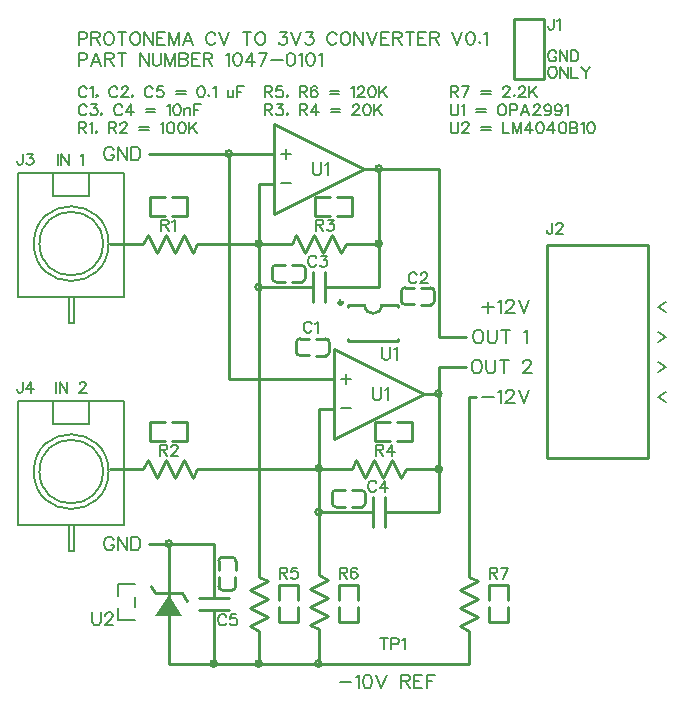
<source format=gto>
G04 Layer: TopSilkscreenLayer*
G04 Panelize: V-CUT, Column: 2, Row: 2, Board Size: 58.42mm x 58.42mm, Panelized Board Size: 118.84mm x 118.84mm*
G04 EasyEDA v6.5.32, 2023-07-25 14:04:49*
G04 78adb3c971e143a89decd24a0aaa9f3b,5a6b42c53f6a479593ecc07194224c93,10*
G04 Gerber Generator version 0.2*
G04 Scale: 100 percent, Rotated: No, Reflected: No *
G04 Dimensions in millimeters *
G04 leading zeros omitted , absolute positions ,4 integer and 5 decimal *
%FSLAX45Y45*%
%MOMM*%

%ADD10C,0.1524*%
%ADD11C,0.2540*%
%ADD12C,0.1270*%
%ADD13C,0.3000*%

%LPD*%
D10*
X4769865Y3987037D02*
G01*
X4769865Y3914394D01*
X4765293Y3900678D01*
X4760722Y3896105D01*
X4751577Y3891534D01*
X4742688Y3891534D01*
X4733543Y3896105D01*
X4728972Y3900678D01*
X4724400Y3914394D01*
X4724400Y3923537D01*
X4804409Y3964431D02*
G01*
X4804409Y3969004D01*
X4808981Y3977894D01*
X4813554Y3982465D01*
X4822697Y3987037D01*
X4840731Y3987037D01*
X4849875Y3982465D01*
X4854447Y3977894D01*
X4859020Y3969004D01*
X4859020Y3959860D01*
X4854447Y3950715D01*
X4845304Y3937000D01*
X4799838Y3891534D01*
X4863591Y3891534D01*
X4227322Y3317747D02*
G01*
X4227322Y3219704D01*
X4178300Y3268726D02*
G01*
X4276597Y3268726D01*
X4312411Y3312413D02*
G01*
X4323334Y3317747D01*
X4339843Y3334257D01*
X4339843Y3219704D01*
X4381245Y3306826D02*
G01*
X4381245Y3312413D01*
X4386579Y3323336D01*
X4392168Y3328670D01*
X4403090Y3334257D01*
X4424934Y3334257D01*
X4435856Y3328670D01*
X4441190Y3323336D01*
X4446777Y3312413D01*
X4446777Y3301492D01*
X4441190Y3290570D01*
X4430268Y3274313D01*
X4375658Y3219704D01*
X4452111Y3219704D01*
X4488179Y3334257D02*
G01*
X4531868Y3219704D01*
X4575302Y3334257D02*
G01*
X4531868Y3219704D01*
X4178300Y2506726D02*
G01*
X4276597Y2506726D01*
X4312411Y2550413D02*
G01*
X4323334Y2555747D01*
X4339843Y2572257D01*
X4339843Y2457704D01*
X4381245Y2544826D02*
G01*
X4381245Y2550413D01*
X4386579Y2561336D01*
X4392168Y2566670D01*
X4403090Y2572257D01*
X4424934Y2572257D01*
X4435856Y2566670D01*
X4441190Y2561336D01*
X4446777Y2550413D01*
X4446777Y2539492D01*
X4441190Y2528570D01*
X4430268Y2512313D01*
X4375658Y2457704D01*
X4452111Y2457704D01*
X4488179Y2572257D02*
G01*
X4531868Y2457704D01*
X4575302Y2572257D02*
G01*
X4531868Y2457704D01*
X4134865Y3080257D02*
G01*
X4123943Y3074670D01*
X4113022Y3063747D01*
X4107434Y3052826D01*
X4102100Y3036570D01*
X4102100Y3009392D01*
X4107434Y2992881D01*
X4113022Y2981960D01*
X4123943Y2971037D01*
X4134865Y2965704D01*
X4156709Y2965704D01*
X4167631Y2971037D01*
X4178554Y2981960D01*
X4183888Y2992881D01*
X4189475Y3009392D01*
X4189475Y3036570D01*
X4183888Y3052826D01*
X4178554Y3063747D01*
X4167631Y3074670D01*
X4156709Y3080257D01*
X4134865Y3080257D01*
X4225290Y3080257D02*
G01*
X4225290Y2998470D01*
X4230877Y2981960D01*
X4241800Y2971037D01*
X4258056Y2965704D01*
X4268977Y2965704D01*
X4285488Y2971037D01*
X4296156Y2981960D01*
X4301743Y2998470D01*
X4301743Y3080257D01*
X4375911Y3080257D02*
G01*
X4375911Y2965704D01*
X4337811Y3080257D02*
G01*
X4414011Y3080257D01*
X4534154Y3058413D02*
G01*
X4545075Y3063747D01*
X4561331Y3080257D01*
X4561331Y2965704D01*
X4122165Y2826257D02*
G01*
X4111243Y2820670D01*
X4100322Y2809747D01*
X4094734Y2798826D01*
X4089400Y2782570D01*
X4089400Y2755392D01*
X4094734Y2738881D01*
X4100322Y2727960D01*
X4111243Y2717037D01*
X4122165Y2711704D01*
X4144009Y2711704D01*
X4154931Y2717037D01*
X4165854Y2727960D01*
X4171188Y2738881D01*
X4176775Y2755392D01*
X4176775Y2782570D01*
X4171188Y2798826D01*
X4165854Y2809747D01*
X4154931Y2820670D01*
X4144009Y2826257D01*
X4122165Y2826257D01*
X4212590Y2826257D02*
G01*
X4212590Y2744470D01*
X4218177Y2727960D01*
X4229100Y2717037D01*
X4245356Y2711704D01*
X4256277Y2711704D01*
X4272788Y2717037D01*
X4283456Y2727960D01*
X4289043Y2744470D01*
X4289043Y2826257D01*
X4363211Y2826257D02*
G01*
X4363211Y2711704D01*
X4325111Y2826257D02*
G01*
X4401311Y2826257D01*
X4526788Y2798826D02*
G01*
X4526788Y2804413D01*
X4532375Y2815336D01*
X4537709Y2820670D01*
X4548631Y2826257D01*
X4570475Y2826257D01*
X4581397Y2820670D01*
X4586731Y2815336D01*
X4592320Y2804413D01*
X4592320Y2793492D01*
X4586731Y2782570D01*
X4576063Y2766313D01*
X4521454Y2711704D01*
X4597654Y2711704D01*
X762000Y5423915D02*
G01*
X762000Y5314950D01*
X762000Y5423915D02*
G01*
X808736Y5423915D01*
X824229Y5418836D01*
X829563Y5413502D01*
X834644Y5403087D01*
X834644Y5387594D01*
X829563Y5377179D01*
X824229Y5372100D01*
X808736Y5366765D01*
X762000Y5366765D01*
X910589Y5423915D02*
G01*
X868934Y5314950D01*
X910589Y5423915D02*
G01*
X952245Y5314950D01*
X884681Y5351271D02*
G01*
X936497Y5351271D01*
X986536Y5423915D02*
G01*
X986536Y5314950D01*
X986536Y5423915D02*
G01*
X1033271Y5423915D01*
X1048765Y5418836D01*
X1054100Y5413502D01*
X1059179Y5403087D01*
X1059179Y5392673D01*
X1054100Y5382260D01*
X1048765Y5377179D01*
X1033271Y5372100D01*
X986536Y5372100D01*
X1022857Y5372100D02*
G01*
X1059179Y5314950D01*
X1129792Y5423915D02*
G01*
X1129792Y5314950D01*
X1093470Y5423915D02*
G01*
X1166113Y5423915D01*
X1280413Y5423915D02*
G01*
X1280413Y5314950D01*
X1280413Y5423915D02*
G01*
X1353312Y5314950D01*
X1353312Y5423915D02*
G01*
X1353312Y5314950D01*
X1387602Y5423915D02*
G01*
X1387602Y5345937D01*
X1392681Y5330444D01*
X1403095Y5320029D01*
X1418589Y5314950D01*
X1429004Y5314950D01*
X1444752Y5320029D01*
X1455165Y5330444D01*
X1460245Y5345937D01*
X1460245Y5423915D01*
X1494536Y5423915D02*
G01*
X1494536Y5314950D01*
X1494536Y5423915D02*
G01*
X1536192Y5314950D01*
X1577594Y5423915D02*
G01*
X1536192Y5314950D01*
X1577594Y5423915D02*
G01*
X1577594Y5314950D01*
X1611884Y5423915D02*
G01*
X1611884Y5314950D01*
X1611884Y5423915D02*
G01*
X1658620Y5423915D01*
X1674368Y5418836D01*
X1679447Y5413502D01*
X1684781Y5403087D01*
X1684781Y5392673D01*
X1679447Y5382260D01*
X1674368Y5377179D01*
X1658620Y5372100D01*
X1611884Y5372100D02*
G01*
X1658620Y5372100D01*
X1674368Y5366765D01*
X1679447Y5361686D01*
X1684781Y5351271D01*
X1684781Y5335523D01*
X1679447Y5325110D01*
X1674368Y5320029D01*
X1658620Y5314950D01*
X1611884Y5314950D01*
X1719071Y5423915D02*
G01*
X1719071Y5314950D01*
X1719071Y5423915D02*
G01*
X1786636Y5423915D01*
X1719071Y5372100D02*
G01*
X1760473Y5372100D01*
X1719071Y5314950D02*
G01*
X1786636Y5314950D01*
X1820926Y5423915D02*
G01*
X1820926Y5314950D01*
X1820926Y5423915D02*
G01*
X1867662Y5423915D01*
X1883155Y5418836D01*
X1888489Y5413502D01*
X1893570Y5403087D01*
X1893570Y5392673D01*
X1888489Y5382260D01*
X1883155Y5377179D01*
X1867662Y5372100D01*
X1820926Y5372100D01*
X1857247Y5372100D02*
G01*
X1893570Y5314950D01*
X2007870Y5403087D02*
G01*
X2018284Y5408421D01*
X2033777Y5423915D01*
X2033777Y5314950D01*
X2099309Y5423915D02*
G01*
X2083815Y5418836D01*
X2073402Y5403087D01*
X2068068Y5377179D01*
X2068068Y5361686D01*
X2073402Y5335523D01*
X2083815Y5320029D01*
X2099309Y5314950D01*
X2109724Y5314950D01*
X2125218Y5320029D01*
X2135631Y5335523D01*
X2140965Y5361686D01*
X2140965Y5377179D01*
X2135631Y5403087D01*
X2125218Y5418836D01*
X2109724Y5423915D01*
X2099309Y5423915D01*
X2227072Y5423915D02*
G01*
X2175256Y5351271D01*
X2252979Y5351271D01*
X2227072Y5423915D02*
G01*
X2227072Y5314950D01*
X2360168Y5423915D02*
G01*
X2308097Y5314950D01*
X2287270Y5423915D02*
G01*
X2360168Y5423915D01*
X2394458Y5361686D02*
G01*
X2487929Y5361686D01*
X2553461Y5423915D02*
G01*
X2537713Y5418836D01*
X2527300Y5403087D01*
X2522220Y5377179D01*
X2522220Y5361686D01*
X2527300Y5335523D01*
X2537713Y5320029D01*
X2553461Y5314950D01*
X2563875Y5314950D01*
X2579370Y5320029D01*
X2589784Y5335523D01*
X2594863Y5361686D01*
X2594863Y5377179D01*
X2589784Y5403087D01*
X2579370Y5418836D01*
X2563875Y5423915D01*
X2553461Y5423915D01*
X2629154Y5403087D02*
G01*
X2639568Y5408421D01*
X2655315Y5423915D01*
X2655315Y5314950D01*
X2720593Y5423915D02*
G01*
X2705100Y5418836D01*
X2694686Y5403087D01*
X2689606Y5377179D01*
X2689606Y5361686D01*
X2694686Y5335523D01*
X2705100Y5320029D01*
X2720593Y5314950D01*
X2731008Y5314950D01*
X2746756Y5320029D01*
X2757170Y5335523D01*
X2762250Y5361686D01*
X2762250Y5377179D01*
X2757170Y5403087D01*
X2746756Y5418836D01*
X2731008Y5423915D01*
X2720593Y5423915D01*
X2796540Y5403087D02*
G01*
X2806954Y5408421D01*
X2822447Y5423915D01*
X2822447Y5314950D01*
X762000Y5601715D02*
G01*
X762000Y5492750D01*
X762000Y5601715D02*
G01*
X808736Y5601715D01*
X824229Y5596636D01*
X829563Y5591302D01*
X834644Y5580887D01*
X834644Y5565394D01*
X829563Y5554979D01*
X824229Y5549900D01*
X808736Y5544565D01*
X762000Y5544565D01*
X868934Y5601715D02*
G01*
X868934Y5492750D01*
X868934Y5601715D02*
G01*
X915670Y5601715D01*
X931418Y5596636D01*
X936497Y5591302D01*
X941831Y5580887D01*
X941831Y5570473D01*
X936497Y5560060D01*
X931418Y5554979D01*
X915670Y5549900D01*
X868934Y5549900D01*
X905510Y5549900D02*
G01*
X941831Y5492750D01*
X1007110Y5601715D02*
G01*
X996950Y5596636D01*
X986536Y5586221D01*
X981202Y5575807D01*
X976121Y5560060D01*
X976121Y5534152D01*
X981202Y5518657D01*
X986536Y5508244D01*
X996950Y5497829D01*
X1007110Y5492750D01*
X1027937Y5492750D01*
X1038352Y5497829D01*
X1048765Y5508244D01*
X1054100Y5518657D01*
X1059179Y5534152D01*
X1059179Y5560060D01*
X1054100Y5575807D01*
X1048765Y5586221D01*
X1038352Y5596636D01*
X1027937Y5601715D01*
X1007110Y5601715D01*
X1129792Y5601715D02*
G01*
X1129792Y5492750D01*
X1093470Y5601715D02*
G01*
X1166113Y5601715D01*
X1231645Y5601715D02*
G01*
X1221231Y5596636D01*
X1210818Y5586221D01*
X1205737Y5575807D01*
X1200404Y5560060D01*
X1200404Y5534152D01*
X1205737Y5518657D01*
X1210818Y5508244D01*
X1221231Y5497829D01*
X1231645Y5492750D01*
X1252473Y5492750D01*
X1262887Y5497829D01*
X1273302Y5508244D01*
X1278381Y5518657D01*
X1283715Y5534152D01*
X1283715Y5560060D01*
X1278381Y5575807D01*
X1273302Y5586221D01*
X1262887Y5596636D01*
X1252473Y5601715D01*
X1231645Y5601715D01*
X1318005Y5601715D02*
G01*
X1318005Y5492750D01*
X1318005Y5601715D02*
G01*
X1390650Y5492750D01*
X1390650Y5601715D02*
G01*
X1390650Y5492750D01*
X1424939Y5601715D02*
G01*
X1424939Y5492750D01*
X1424939Y5601715D02*
G01*
X1492504Y5601715D01*
X1424939Y5549900D02*
G01*
X1466595Y5549900D01*
X1424939Y5492750D02*
G01*
X1492504Y5492750D01*
X1526794Y5601715D02*
G01*
X1526794Y5492750D01*
X1526794Y5601715D02*
G01*
X1568450Y5492750D01*
X1609852Y5601715D02*
G01*
X1568450Y5492750D01*
X1609852Y5601715D02*
G01*
X1609852Y5492750D01*
X1685797Y5601715D02*
G01*
X1644142Y5492750D01*
X1685797Y5601715D02*
G01*
X1727200Y5492750D01*
X1659889Y5529071D02*
G01*
X1711705Y5529071D01*
X1919478Y5575807D02*
G01*
X1914397Y5586221D01*
X1903984Y5596636D01*
X1893570Y5601715D01*
X1872742Y5601715D01*
X1862328Y5596636D01*
X1851913Y5586221D01*
X1846834Y5575807D01*
X1841500Y5560060D01*
X1841500Y5534152D01*
X1846834Y5518657D01*
X1851913Y5508244D01*
X1862328Y5497829D01*
X1872742Y5492750D01*
X1893570Y5492750D01*
X1903984Y5497829D01*
X1914397Y5508244D01*
X1919478Y5518657D01*
X1953768Y5601715D02*
G01*
X1995424Y5492750D01*
X2037079Y5601715D02*
G01*
X1995424Y5492750D01*
X2187702Y5601715D02*
G01*
X2187702Y5492750D01*
X2151379Y5601715D02*
G01*
X2224024Y5601715D01*
X2289556Y5601715D02*
G01*
X2279141Y5596636D01*
X2268727Y5586221D01*
X2263393Y5575807D01*
X2258313Y5560060D01*
X2258313Y5534152D01*
X2263393Y5518657D01*
X2268727Y5508244D01*
X2279141Y5497829D01*
X2289556Y5492750D01*
X2310129Y5492750D01*
X2320543Y5497829D01*
X2330958Y5508244D01*
X2336291Y5518657D01*
X2341372Y5534152D01*
X2341372Y5560060D01*
X2336291Y5575807D01*
X2330958Y5586221D01*
X2320543Y5596636D01*
X2310129Y5601715D01*
X2289556Y5601715D01*
X2466086Y5601715D02*
G01*
X2523236Y5601715D01*
X2491993Y5560060D01*
X2507741Y5560060D01*
X2518156Y5554979D01*
X2523236Y5549900D01*
X2528570Y5534152D01*
X2528570Y5523737D01*
X2523236Y5508244D01*
X2512822Y5497829D01*
X2497327Y5492750D01*
X2481579Y5492750D01*
X2466086Y5497829D01*
X2461006Y5502910D01*
X2455672Y5513323D01*
X2562859Y5601715D02*
G01*
X2604261Y5492750D01*
X2645918Y5601715D02*
G01*
X2604261Y5492750D01*
X2690622Y5601715D02*
G01*
X2747772Y5601715D01*
X2716529Y5560060D01*
X2732024Y5560060D01*
X2742438Y5554979D01*
X2747772Y5549900D01*
X2752852Y5534152D01*
X2752852Y5523737D01*
X2747772Y5508244D01*
X2737358Y5497829D01*
X2721609Y5492750D01*
X2706115Y5492750D01*
X2690622Y5497829D01*
X2685288Y5502910D01*
X2680208Y5513323D01*
X2945129Y5575807D02*
G01*
X2940050Y5586221D01*
X2929636Y5596636D01*
X2919222Y5601715D01*
X2898393Y5601715D01*
X2887979Y5596636D01*
X2877565Y5586221D01*
X2872486Y5575807D01*
X2867152Y5560060D01*
X2867152Y5534152D01*
X2872486Y5518657D01*
X2877565Y5508244D01*
X2887979Y5497829D01*
X2898393Y5492750D01*
X2919222Y5492750D01*
X2929636Y5497829D01*
X2940050Y5508244D01*
X2945129Y5518657D01*
X3010661Y5601715D02*
G01*
X3000247Y5596636D01*
X2989834Y5586221D01*
X2984500Y5575807D01*
X2979420Y5560060D01*
X2979420Y5534152D01*
X2984500Y5518657D01*
X2989834Y5508244D01*
X3000247Y5497829D01*
X3010661Y5492750D01*
X3031490Y5492750D01*
X3041650Y5497829D01*
X3052063Y5508244D01*
X3057397Y5518657D01*
X3062477Y5534152D01*
X3062477Y5560060D01*
X3057397Y5575807D01*
X3052063Y5586221D01*
X3041650Y5596636D01*
X3031490Y5601715D01*
X3010661Y5601715D01*
X3096768Y5601715D02*
G01*
X3096768Y5492750D01*
X3096768Y5601715D02*
G01*
X3169665Y5492750D01*
X3169665Y5601715D02*
G01*
X3169665Y5492750D01*
X3203956Y5601715D02*
G01*
X3245358Y5492750D01*
X3287013Y5601715D02*
G01*
X3245358Y5492750D01*
X3321304Y5601715D02*
G01*
X3321304Y5492750D01*
X3321304Y5601715D02*
G01*
X3388868Y5601715D01*
X3321304Y5549900D02*
G01*
X3362959Y5549900D01*
X3321304Y5492750D02*
G01*
X3388868Y5492750D01*
X3423158Y5601715D02*
G01*
X3423158Y5492750D01*
X3423158Y5601715D02*
G01*
X3469893Y5601715D01*
X3485388Y5596636D01*
X3490722Y5591302D01*
X3495802Y5580887D01*
X3495802Y5570473D01*
X3490722Y5560060D01*
X3485388Y5554979D01*
X3469893Y5549900D01*
X3423158Y5549900D01*
X3459479Y5549900D02*
G01*
X3495802Y5492750D01*
X3566413Y5601715D02*
G01*
X3566413Y5492750D01*
X3530091Y5601715D02*
G01*
X3602990Y5601715D01*
X3637279Y5601715D02*
G01*
X3637279Y5492750D01*
X3637279Y5601715D02*
G01*
X3704590Y5601715D01*
X3637279Y5549900D02*
G01*
X3678681Y5549900D01*
X3637279Y5492750D02*
G01*
X3704590Y5492750D01*
X3738879Y5601715D02*
G01*
X3738879Y5492750D01*
X3738879Y5601715D02*
G01*
X3785870Y5601715D01*
X3801363Y5596636D01*
X3806443Y5591302D01*
X3811777Y5580887D01*
X3811777Y5570473D01*
X3806443Y5560060D01*
X3801363Y5554979D01*
X3785870Y5549900D01*
X3738879Y5549900D01*
X3775456Y5549900D02*
G01*
X3811777Y5492750D01*
X3926077Y5601715D02*
G01*
X3967479Y5492750D01*
X4009136Y5601715D02*
G01*
X3967479Y5492750D01*
X4074668Y5601715D02*
G01*
X4058920Y5596636D01*
X4048759Y5580887D01*
X4043425Y5554979D01*
X4043425Y5539486D01*
X4048759Y5513323D01*
X4058920Y5497829D01*
X4074668Y5492750D01*
X4085081Y5492750D01*
X4100575Y5497829D01*
X4110990Y5513323D01*
X4116070Y5539486D01*
X4116070Y5554979D01*
X4110990Y5580887D01*
X4100575Y5596636D01*
X4085081Y5601715D01*
X4074668Y5601715D01*
X4155693Y5518657D02*
G01*
X4150359Y5513323D01*
X4155693Y5508244D01*
X4160774Y5513323D01*
X4155693Y5518657D01*
X4195063Y5580887D02*
G01*
X4205477Y5586221D01*
X4221225Y5601715D01*
X4221225Y5492750D01*
X1059687Y4602226D02*
G01*
X1054354Y4613147D01*
X1043431Y4624070D01*
X1032510Y4629657D01*
X1010665Y4629657D01*
X999744Y4624070D01*
X988821Y4613147D01*
X983234Y4602226D01*
X977900Y4585970D01*
X977900Y4558792D01*
X983234Y4542281D01*
X988821Y4531360D01*
X999744Y4520437D01*
X1010665Y4515104D01*
X1032510Y4515104D01*
X1043431Y4520437D01*
X1054354Y4531360D01*
X1059687Y4542281D01*
X1059687Y4558792D01*
X1032510Y4558792D02*
G01*
X1059687Y4558792D01*
X1095755Y4629657D02*
G01*
X1095755Y4515104D01*
X1095755Y4629657D02*
G01*
X1171955Y4515104D01*
X1171955Y4629657D02*
G01*
X1171955Y4515104D01*
X1208023Y4629657D02*
G01*
X1208023Y4515104D01*
X1208023Y4629657D02*
G01*
X1246378Y4629657D01*
X1262634Y4624070D01*
X1273555Y4613147D01*
X1278889Y4602226D01*
X1284478Y4585970D01*
X1284478Y4558792D01*
X1278889Y4542281D01*
X1273555Y4531360D01*
X1262634Y4520437D01*
X1246378Y4515104D01*
X1208023Y4515104D01*
X5664200Y2805201D02*
G01*
X5736843Y2764307D01*
X5664200Y2723159D01*
X5664200Y3059176D02*
G01*
X5736843Y3018281D01*
X5664200Y2977387D01*
X5736843Y3313176D02*
G01*
X5664200Y3272281D01*
X5736843Y3231387D01*
X5736843Y2551176D02*
G01*
X5664200Y2510281D01*
X5736843Y2469387D01*
X2517393Y4608576D02*
G01*
X2517393Y4526534D01*
X2476500Y4567681D02*
G01*
X2558288Y4567681D01*
X2476500Y4326381D02*
G01*
X2558288Y4326381D01*
X2984500Y2421381D02*
G01*
X3066288Y2421381D01*
X3025393Y2703576D02*
G01*
X3025393Y2621534D01*
X2984500Y2662681D02*
G01*
X3066288Y2662681D01*
X1059687Y1300226D02*
G01*
X1054354Y1311147D01*
X1043431Y1322070D01*
X1032510Y1327657D01*
X1010665Y1327657D01*
X999744Y1322070D01*
X988821Y1311147D01*
X983234Y1300226D01*
X977900Y1283970D01*
X977900Y1256792D01*
X983234Y1240281D01*
X988821Y1229360D01*
X999744Y1218437D01*
X1010665Y1213104D01*
X1032510Y1213104D01*
X1043431Y1218437D01*
X1054354Y1229360D01*
X1059687Y1240281D01*
X1059687Y1256792D01*
X1032510Y1256792D02*
G01*
X1059687Y1256792D01*
X1095755Y1327657D02*
G01*
X1095755Y1213104D01*
X1095755Y1327657D02*
G01*
X1171955Y1213104D01*
X1171955Y1327657D02*
G01*
X1171955Y1213104D01*
X1208023Y1327657D02*
G01*
X1208023Y1213104D01*
X1208023Y1327657D02*
G01*
X1246378Y1327657D01*
X1262634Y1322070D01*
X1273555Y1311147D01*
X1278889Y1300226D01*
X1284478Y1283970D01*
X1284478Y1256792D01*
X1278889Y1240281D01*
X1273555Y1229360D01*
X1262634Y1218437D01*
X1246378Y1213104D01*
X1208023Y1213104D01*
X2971800Y93726D02*
G01*
X3070097Y93726D01*
X3105911Y137413D02*
G01*
X3116834Y142747D01*
X3133343Y159257D01*
X3133343Y44704D01*
X3201924Y159257D02*
G01*
X3185668Y153670D01*
X3174745Y137413D01*
X3169158Y109981D01*
X3169158Y93726D01*
X3174745Y66547D01*
X3185668Y50037D01*
X3201924Y44704D01*
X3212845Y44704D01*
X3229356Y50037D01*
X3240277Y66547D01*
X3245611Y93726D01*
X3245611Y109981D01*
X3240277Y137413D01*
X3229356Y153670D01*
X3212845Y159257D01*
X3201924Y159257D01*
X3281679Y159257D02*
G01*
X3325368Y44704D01*
X3368802Y159257D02*
G01*
X3325368Y44704D01*
X3488943Y159257D02*
G01*
X3488943Y44704D01*
X3488943Y159257D02*
G01*
X3537965Y159257D01*
X3554222Y153670D01*
X3559809Y148336D01*
X3565143Y137413D01*
X3565143Y126492D01*
X3559809Y115570D01*
X3554222Y109981D01*
X3537965Y104647D01*
X3488943Y104647D01*
X3527043Y104647D02*
G01*
X3565143Y44704D01*
X3601211Y159257D02*
G01*
X3601211Y44704D01*
X3601211Y159257D02*
G01*
X3672077Y159257D01*
X3601211Y104647D02*
G01*
X3644900Y104647D01*
X3601211Y44704D02*
G01*
X3672077Y44704D01*
X3708145Y159257D02*
G01*
X3708145Y44704D01*
X3708145Y159257D02*
G01*
X3779011Y159257D01*
X3708145Y104647D02*
G01*
X3751834Y104647D01*
X4782565Y5714237D02*
G01*
X4782565Y5641594D01*
X4777993Y5627878D01*
X4773422Y5623305D01*
X4764277Y5618734D01*
X4755388Y5618734D01*
X4746243Y5623305D01*
X4741672Y5627878D01*
X4737100Y5641594D01*
X4737100Y5650737D01*
X4812538Y5696204D02*
G01*
X4821681Y5700776D01*
X4835397Y5714237D01*
X4835397Y5618734D01*
X4805172Y5424931D02*
G01*
X4800854Y5434076D01*
X4791709Y5442965D01*
X4782565Y5447537D01*
X4764277Y5447537D01*
X4755388Y5442965D01*
X4746243Y5434076D01*
X4741672Y5424931D01*
X4737100Y5411215D01*
X4737100Y5388610D01*
X4741672Y5374894D01*
X4746243Y5365750D01*
X4755388Y5356605D01*
X4764277Y5352034D01*
X4782565Y5352034D01*
X4791709Y5356605D01*
X4800854Y5365750D01*
X4805172Y5374894D01*
X4805172Y5388610D01*
X4782565Y5388610D02*
G01*
X4805172Y5388610D01*
X4835397Y5447537D02*
G01*
X4835397Y5352034D01*
X4835397Y5447537D02*
G01*
X4898897Y5352034D01*
X4898897Y5447537D02*
G01*
X4898897Y5352034D01*
X4928870Y5447537D02*
G01*
X4928870Y5352034D01*
X4928870Y5447537D02*
G01*
X4960620Y5447537D01*
X4974336Y5442965D01*
X4983479Y5434076D01*
X4988052Y5424931D01*
X4992624Y5411215D01*
X4992624Y5388610D01*
X4988052Y5374894D01*
X4983479Y5365750D01*
X4974336Y5356605D01*
X4960620Y5352034D01*
X4928870Y5352034D01*
X4764277Y5307837D02*
G01*
X4755388Y5303265D01*
X4746243Y5294376D01*
X4741672Y5285231D01*
X4737100Y5271515D01*
X4737100Y5248910D01*
X4741672Y5235194D01*
X4746243Y5226050D01*
X4755388Y5216905D01*
X4764277Y5212334D01*
X4782565Y5212334D01*
X4791709Y5216905D01*
X4800854Y5226050D01*
X4805172Y5235194D01*
X4809743Y5248910D01*
X4809743Y5271515D01*
X4805172Y5285231D01*
X4800854Y5294376D01*
X4791709Y5303265D01*
X4782565Y5307837D01*
X4764277Y5307837D01*
X4839715Y5307837D02*
G01*
X4839715Y5212334D01*
X4839715Y5307837D02*
G01*
X4903470Y5212334D01*
X4903470Y5307837D02*
G01*
X4903470Y5212334D01*
X4933441Y5307837D02*
G01*
X4933441Y5212334D01*
X4933441Y5212334D02*
G01*
X4988052Y5212334D01*
X5018024Y5307837D02*
G01*
X5054345Y5262371D01*
X5054345Y5212334D01*
X5090668Y5307837D02*
G01*
X5054345Y5262371D01*
X584200Y4571237D02*
G01*
X584200Y4475734D01*
X614171Y4571237D02*
G01*
X614171Y4475734D01*
X614171Y4571237D02*
G01*
X677926Y4475734D01*
X677926Y4571237D02*
G01*
X677926Y4475734D01*
X777747Y4553204D02*
G01*
X786892Y4557776D01*
X800607Y4571237D01*
X800607Y4475734D01*
X571500Y2640837D02*
G01*
X571500Y2545334D01*
X601471Y2640837D02*
G01*
X601471Y2545334D01*
X601471Y2640837D02*
G01*
X665226Y2545334D01*
X665226Y2640837D02*
G01*
X665226Y2545334D01*
X769620Y2618231D02*
G01*
X769620Y2622804D01*
X774192Y2631694D01*
X778763Y2636265D01*
X787907Y2640837D01*
X805942Y2640837D01*
X815086Y2636265D01*
X819657Y2631694D01*
X824229Y2622804D01*
X824229Y2613660D01*
X819657Y2604515D01*
X810513Y2590800D01*
X765047Y2545334D01*
X828802Y2545334D01*
X3346450Y469137D02*
G01*
X3346450Y373634D01*
X3314700Y469137D02*
G01*
X3378454Y469137D01*
X3408425Y469137D02*
G01*
X3408425Y373634D01*
X3408425Y469137D02*
G01*
X3449320Y469137D01*
X3462781Y464565D01*
X3467354Y459994D01*
X3471925Y451104D01*
X3471925Y437387D01*
X3467354Y428244D01*
X3462781Y423671D01*
X3449320Y419100D01*
X3408425Y419100D01*
X3501897Y451104D02*
G01*
X3511041Y455676D01*
X3524758Y469137D01*
X3524758Y373634D01*
X3911600Y5142737D02*
G01*
X3911600Y5047234D01*
X3911600Y5142737D02*
G01*
X3952493Y5142737D01*
X3966209Y5138165D01*
X3970781Y5133594D01*
X3975354Y5124704D01*
X3975354Y5115560D01*
X3970781Y5106415D01*
X3966209Y5101844D01*
X3952493Y5097271D01*
X3911600Y5097271D01*
X3943350Y5097271D02*
G01*
X3975354Y5047234D01*
X4068825Y5142737D02*
G01*
X4023359Y5047234D01*
X4005325Y5142737D02*
G01*
X4068825Y5142737D01*
X4168902Y5101844D02*
G01*
X4250690Y5101844D01*
X4168902Y5074665D02*
G01*
X4250690Y5074665D01*
X4355338Y5120131D02*
G01*
X4355338Y5124704D01*
X4359656Y5133594D01*
X4364227Y5138165D01*
X4373372Y5142737D01*
X4391659Y5142737D01*
X4400804Y5138165D01*
X4405122Y5133594D01*
X4409693Y5124704D01*
X4409693Y5115560D01*
X4405122Y5106415D01*
X4396231Y5092700D01*
X4350765Y5047234D01*
X4414265Y5047234D01*
X4448809Y5070094D02*
G01*
X4444238Y5065521D01*
X4448809Y5060950D01*
X4453381Y5065521D01*
X4448809Y5070094D01*
X4487925Y5120131D02*
G01*
X4487925Y5124704D01*
X4492497Y5133594D01*
X4497070Y5138165D01*
X4506213Y5142737D01*
X4524247Y5142737D01*
X4533391Y5138165D01*
X4537963Y5133594D01*
X4542536Y5124704D01*
X4542536Y5115560D01*
X4537963Y5106415D01*
X4528820Y5092700D01*
X4483354Y5047234D01*
X4547108Y5047234D01*
X4577079Y5142737D02*
G01*
X4577079Y5047234D01*
X4640579Y5142737D02*
G01*
X4577079Y5079237D01*
X4599686Y5101844D02*
G01*
X4640579Y5047234D01*
X762000Y4837937D02*
G01*
X762000Y4742434D01*
X762000Y4837937D02*
G01*
X802894Y4837937D01*
X816610Y4833365D01*
X821181Y4828794D01*
X825754Y4819904D01*
X825754Y4810760D01*
X821181Y4801615D01*
X816610Y4797044D01*
X802894Y4792471D01*
X762000Y4792471D01*
X793750Y4792471D02*
G01*
X825754Y4742434D01*
X855726Y4819904D02*
G01*
X864615Y4824476D01*
X878331Y4837937D01*
X878331Y4742434D01*
X917447Y4760721D02*
G01*
X912876Y4756150D01*
X908304Y4760721D01*
X912876Y4765294D01*
X917447Y4760721D01*
X917447Y4751578D01*
X908304Y4742434D01*
X1017523Y4837937D02*
G01*
X1017523Y4742434D01*
X1017523Y4837937D02*
G01*
X1058418Y4837937D01*
X1071879Y4833365D01*
X1076452Y4828794D01*
X1081023Y4819904D01*
X1081023Y4810760D01*
X1076452Y4801615D01*
X1071879Y4797044D01*
X1058418Y4792471D01*
X1017523Y4792471D01*
X1049273Y4792471D02*
G01*
X1081023Y4742434D01*
X1115568Y4815331D02*
G01*
X1115568Y4819904D01*
X1120139Y4828794D01*
X1124712Y4833365D01*
X1133855Y4837937D01*
X1151889Y4837937D01*
X1161034Y4833365D01*
X1165605Y4828794D01*
X1170178Y4819904D01*
X1170178Y4810760D01*
X1165605Y4801615D01*
X1156462Y4787900D01*
X1110995Y4742434D01*
X1174750Y4742434D01*
X1274826Y4797044D02*
G01*
X1356613Y4797044D01*
X1274826Y4769865D02*
G01*
X1356613Y4769865D01*
X1456436Y4819904D02*
G01*
X1465579Y4824476D01*
X1479295Y4837937D01*
X1479295Y4742434D01*
X1536445Y4837937D02*
G01*
X1522984Y4833365D01*
X1513839Y4819904D01*
X1509268Y4797044D01*
X1509268Y4783581D01*
X1513839Y4760721D01*
X1522984Y4747005D01*
X1536445Y4742434D01*
X1545589Y4742434D01*
X1559305Y4747005D01*
X1568450Y4760721D01*
X1573021Y4783581D01*
X1573021Y4797044D01*
X1568450Y4819904D01*
X1559305Y4833365D01*
X1545589Y4837937D01*
X1536445Y4837937D01*
X1630171Y4837937D02*
G01*
X1616455Y4833365D01*
X1607565Y4819904D01*
X1602994Y4797044D01*
X1602994Y4783581D01*
X1607565Y4760721D01*
X1616455Y4747005D01*
X1630171Y4742434D01*
X1639315Y4742434D01*
X1653031Y4747005D01*
X1661921Y4760721D01*
X1666494Y4783581D01*
X1666494Y4797044D01*
X1661921Y4819904D01*
X1653031Y4833365D01*
X1639315Y4837937D01*
X1630171Y4837937D01*
X1696465Y4837937D02*
G01*
X1696465Y4742434D01*
X1760220Y4837937D02*
G01*
X1696465Y4774437D01*
X1719326Y4797044D02*
G01*
X1760220Y4742434D01*
X2336800Y4990337D02*
G01*
X2336800Y4894834D01*
X2336800Y4990337D02*
G01*
X2377693Y4990337D01*
X2391409Y4985765D01*
X2395981Y4981194D01*
X2400554Y4972304D01*
X2400554Y4963160D01*
X2395981Y4954015D01*
X2391409Y4949444D01*
X2377693Y4944871D01*
X2336800Y4944871D01*
X2368550Y4944871D02*
G01*
X2400554Y4894834D01*
X2439415Y4990337D02*
G01*
X2489454Y4990337D01*
X2462275Y4954015D01*
X2475991Y4954015D01*
X2484881Y4949444D01*
X2489454Y4944871D01*
X2494025Y4931410D01*
X2494025Y4922265D01*
X2489454Y4908550D01*
X2480309Y4899405D01*
X2466847Y4894834D01*
X2453131Y4894834D01*
X2439415Y4899405D01*
X2435097Y4903978D01*
X2430525Y4913121D01*
X2533141Y4913121D02*
G01*
X2528570Y4908550D01*
X2523997Y4913121D01*
X2528570Y4917694D01*
X2533141Y4913121D01*
X2533141Y4903978D01*
X2523997Y4894834D01*
X2633218Y4990337D02*
G01*
X2633218Y4894834D01*
X2633218Y4990337D02*
G01*
X2674111Y4990337D01*
X2687827Y4985765D01*
X2692145Y4981194D01*
X2696718Y4972304D01*
X2696718Y4963160D01*
X2692145Y4954015D01*
X2687827Y4949444D01*
X2674111Y4944871D01*
X2633218Y4944871D01*
X2664968Y4944871D02*
G01*
X2696718Y4894834D01*
X2772156Y4990337D02*
G01*
X2726690Y4926837D01*
X2795015Y4926837D01*
X2772156Y4990337D02*
G01*
X2772156Y4894834D01*
X2895091Y4949444D02*
G01*
X2976879Y4949444D01*
X2895091Y4922265D02*
G01*
X2976879Y4922265D01*
X3081274Y4967731D02*
G01*
X3081274Y4972304D01*
X3085845Y4981194D01*
X3090418Y4985765D01*
X3099561Y4990337D01*
X3117595Y4990337D01*
X3126740Y4985765D01*
X3131311Y4981194D01*
X3135884Y4972304D01*
X3135884Y4963160D01*
X3131311Y4954015D01*
X3122168Y4940300D01*
X3076702Y4894834D01*
X3140456Y4894834D01*
X3197606Y4990337D02*
G01*
X3184143Y4985765D01*
X3175000Y4972304D01*
X3170427Y4949444D01*
X3170427Y4935981D01*
X3175000Y4913121D01*
X3184143Y4899405D01*
X3197606Y4894834D01*
X3206750Y4894834D01*
X3220465Y4899405D01*
X3229609Y4913121D01*
X3234181Y4935981D01*
X3234181Y4949444D01*
X3229609Y4972304D01*
X3220465Y4985765D01*
X3206750Y4990337D01*
X3197606Y4990337D01*
X3264154Y4990337D02*
G01*
X3264154Y4894834D01*
X3327654Y4990337D02*
G01*
X3264154Y4926837D01*
X3286759Y4949444D02*
G01*
X3327654Y4894834D01*
X3911600Y4837937D02*
G01*
X3911600Y4769865D01*
X3916172Y4756150D01*
X3925315Y4747005D01*
X3938777Y4742434D01*
X3947922Y4742434D01*
X3961638Y4747005D01*
X3970781Y4756150D01*
X3975354Y4769865D01*
X3975354Y4837937D01*
X4009897Y4815331D02*
G01*
X4009897Y4819904D01*
X4014215Y4828794D01*
X4018788Y4833365D01*
X4027931Y4837937D01*
X4046220Y4837937D01*
X4055109Y4833365D01*
X4059681Y4828794D01*
X4064254Y4819904D01*
X4064254Y4810760D01*
X4059681Y4801615D01*
X4050791Y4787900D01*
X4005325Y4742434D01*
X4068825Y4742434D01*
X4168902Y4797044D02*
G01*
X4250690Y4797044D01*
X4168902Y4769865D02*
G01*
X4250690Y4769865D01*
X4350765Y4837937D02*
G01*
X4350765Y4742434D01*
X4350765Y4742434D02*
G01*
X4405122Y4742434D01*
X4435347Y4837937D02*
G01*
X4435347Y4742434D01*
X4435347Y4837937D02*
G01*
X4471670Y4742434D01*
X4507991Y4837937D02*
G01*
X4471670Y4742434D01*
X4507991Y4837937D02*
G01*
X4507991Y4742434D01*
X4583429Y4837937D02*
G01*
X4537963Y4774437D01*
X4606036Y4774437D01*
X4583429Y4837937D02*
G01*
X4583429Y4742434D01*
X4663440Y4837937D02*
G01*
X4649724Y4833365D01*
X4640579Y4819904D01*
X4636261Y4797044D01*
X4636261Y4783581D01*
X4640579Y4760721D01*
X4649724Y4747005D01*
X4663440Y4742434D01*
X4672584Y4742434D01*
X4686045Y4747005D01*
X4695190Y4760721D01*
X4699761Y4783581D01*
X4699761Y4797044D01*
X4695190Y4819904D01*
X4686045Y4833365D01*
X4672584Y4837937D01*
X4663440Y4837937D01*
X4775200Y4837937D02*
G01*
X4729734Y4774437D01*
X4798059Y4774437D01*
X4775200Y4837937D02*
G01*
X4775200Y4742434D01*
X4855209Y4837937D02*
G01*
X4841493Y4833365D01*
X4832604Y4819904D01*
X4828031Y4797044D01*
X4828031Y4783581D01*
X4832604Y4760721D01*
X4841493Y4747005D01*
X4855209Y4742434D01*
X4864354Y4742434D01*
X4878070Y4747005D01*
X4886959Y4760721D01*
X4891531Y4783581D01*
X4891531Y4797044D01*
X4886959Y4819904D01*
X4878070Y4833365D01*
X4864354Y4837937D01*
X4855209Y4837937D01*
X4921504Y4837937D02*
G01*
X4921504Y4742434D01*
X4921504Y4837937D02*
G01*
X4962397Y4837937D01*
X4976113Y4833365D01*
X4980686Y4828794D01*
X4985258Y4819904D01*
X4985258Y4810760D01*
X4980686Y4801615D01*
X4976113Y4797044D01*
X4962397Y4792471D01*
X4921504Y4792471D02*
G01*
X4962397Y4792471D01*
X4976113Y4787900D01*
X4980686Y4783581D01*
X4985258Y4774437D01*
X4985258Y4760721D01*
X4980686Y4751578D01*
X4976113Y4747005D01*
X4962397Y4742434D01*
X4921504Y4742434D01*
X5015229Y4819904D02*
G01*
X5024374Y4824476D01*
X5037836Y4837937D01*
X5037836Y4742434D01*
X5095240Y4837937D02*
G01*
X5081524Y4833365D01*
X5072379Y4819904D01*
X5068061Y4797044D01*
X5068061Y4783581D01*
X5072379Y4760721D01*
X5081524Y4747005D01*
X5095240Y4742434D01*
X5104384Y4742434D01*
X5117845Y4747005D01*
X5126990Y4760721D01*
X5131561Y4783581D01*
X5131561Y4797044D01*
X5126990Y4819904D01*
X5117845Y4833365D01*
X5104384Y4837937D01*
X5095240Y4837937D01*
X2336800Y5142737D02*
G01*
X2336800Y5047234D01*
X2336800Y5142737D02*
G01*
X2377693Y5142737D01*
X2391409Y5138165D01*
X2395981Y5133594D01*
X2400554Y5124704D01*
X2400554Y5115560D01*
X2395981Y5106415D01*
X2391409Y5101844D01*
X2377693Y5097271D01*
X2336800Y5097271D01*
X2368550Y5097271D02*
G01*
X2400554Y5047234D01*
X2484881Y5142737D02*
G01*
X2439415Y5142737D01*
X2435097Y5101844D01*
X2439415Y5106415D01*
X2453131Y5110987D01*
X2466847Y5110987D01*
X2480309Y5106415D01*
X2489454Y5097271D01*
X2494025Y5083810D01*
X2494025Y5074665D01*
X2489454Y5060950D01*
X2480309Y5051805D01*
X2466847Y5047234D01*
X2453131Y5047234D01*
X2439415Y5051805D01*
X2435097Y5056378D01*
X2430525Y5065521D01*
X2533141Y5065521D02*
G01*
X2528570Y5060950D01*
X2523997Y5065521D01*
X2528570Y5070094D01*
X2533141Y5065521D01*
X2533141Y5056378D01*
X2523997Y5047234D01*
X2633218Y5142737D02*
G01*
X2633218Y5047234D01*
X2633218Y5142737D02*
G01*
X2674111Y5142737D01*
X2687827Y5138165D01*
X2692145Y5133594D01*
X2696718Y5124704D01*
X2696718Y5115560D01*
X2692145Y5106415D01*
X2687827Y5101844D01*
X2674111Y5097271D01*
X2633218Y5097271D01*
X2664968Y5097271D02*
G01*
X2696718Y5047234D01*
X2781300Y5129276D02*
G01*
X2776727Y5138165D01*
X2763265Y5142737D01*
X2754122Y5142737D01*
X2740406Y5138165D01*
X2731261Y5124704D01*
X2726690Y5101844D01*
X2726690Y5079237D01*
X2731261Y5060950D01*
X2740406Y5051805D01*
X2754122Y5047234D01*
X2758693Y5047234D01*
X2772156Y5051805D01*
X2781300Y5060950D01*
X2785872Y5074665D01*
X2785872Y5079237D01*
X2781300Y5092700D01*
X2772156Y5101844D01*
X2758693Y5106415D01*
X2754122Y5106415D01*
X2740406Y5101844D01*
X2731261Y5092700D01*
X2726690Y5079237D01*
X2885947Y5101844D02*
G01*
X2967736Y5101844D01*
X2885947Y5074665D02*
G01*
X2967736Y5074665D01*
X3067811Y5124704D02*
G01*
X3076702Y5129276D01*
X3090418Y5142737D01*
X3090418Y5047234D01*
X3124961Y5120131D02*
G01*
X3124961Y5124704D01*
X3129534Y5133594D01*
X3134106Y5138165D01*
X3143250Y5142737D01*
X3161284Y5142737D01*
X3170427Y5138165D01*
X3175000Y5133594D01*
X3179572Y5124704D01*
X3179572Y5115560D01*
X3175000Y5106415D01*
X3165856Y5092700D01*
X3120390Y5047234D01*
X3184143Y5047234D01*
X3241293Y5142737D02*
G01*
X3227831Y5138165D01*
X3218688Y5124704D01*
X3214115Y5101844D01*
X3214115Y5088381D01*
X3218688Y5065521D01*
X3227831Y5051805D01*
X3241293Y5047234D01*
X3250438Y5047234D01*
X3264154Y5051805D01*
X3273043Y5065521D01*
X3277615Y5088381D01*
X3277615Y5101844D01*
X3273043Y5124704D01*
X3264154Y5138165D01*
X3250438Y5142737D01*
X3241293Y5142737D01*
X3307588Y5142737D02*
G01*
X3307588Y5047234D01*
X3371341Y5142737D02*
G01*
X3307588Y5079237D01*
X3330447Y5101844D02*
G01*
X3371341Y5047234D01*
X3911600Y4990337D02*
G01*
X3911600Y4922265D01*
X3916172Y4908550D01*
X3925315Y4899405D01*
X3938777Y4894834D01*
X3947922Y4894834D01*
X3961638Y4899405D01*
X3970781Y4908550D01*
X3975354Y4922265D01*
X3975354Y4990337D01*
X4005325Y4972304D02*
G01*
X4014215Y4976876D01*
X4027931Y4990337D01*
X4027931Y4894834D01*
X4128008Y4949444D02*
G01*
X4209795Y4949444D01*
X4128008Y4922265D02*
G01*
X4209795Y4922265D01*
X4337050Y4990337D02*
G01*
X4327906Y4985765D01*
X4318761Y4976876D01*
X4314443Y4967731D01*
X4309872Y4954015D01*
X4309872Y4931410D01*
X4314443Y4917694D01*
X4318761Y4908550D01*
X4327906Y4899405D01*
X4337050Y4894834D01*
X4355338Y4894834D01*
X4364227Y4899405D01*
X4373372Y4908550D01*
X4377943Y4917694D01*
X4382515Y4931410D01*
X4382515Y4954015D01*
X4377943Y4967731D01*
X4373372Y4976876D01*
X4364227Y4985765D01*
X4355338Y4990337D01*
X4337050Y4990337D01*
X4412488Y4990337D02*
G01*
X4412488Y4894834D01*
X4412488Y4990337D02*
G01*
X4453381Y4990337D01*
X4467097Y4985765D01*
X4471670Y4981194D01*
X4476241Y4972304D01*
X4476241Y4958587D01*
X4471670Y4949444D01*
X4467097Y4944871D01*
X4453381Y4940300D01*
X4412488Y4940300D01*
X4542536Y4990337D02*
G01*
X4506213Y4894834D01*
X4542536Y4990337D02*
G01*
X4578858Y4894834D01*
X4519675Y4926837D02*
G01*
X4565141Y4926837D01*
X4613402Y4967731D02*
G01*
X4613402Y4972304D01*
X4617974Y4981194D01*
X4622545Y4985765D01*
X4631690Y4990337D01*
X4649724Y4990337D01*
X4658868Y4985765D01*
X4663440Y4981194D01*
X4668011Y4972304D01*
X4668011Y4963160D01*
X4663440Y4954015D01*
X4654295Y4940300D01*
X4608829Y4894834D01*
X4672584Y4894834D01*
X4761484Y4958587D02*
G01*
X4757165Y4944871D01*
X4748022Y4935981D01*
X4734306Y4931410D01*
X4729734Y4931410D01*
X4716018Y4935981D01*
X4707127Y4944871D01*
X4702556Y4958587D01*
X4702556Y4963160D01*
X4707127Y4976876D01*
X4716018Y4985765D01*
X4729734Y4990337D01*
X4734306Y4990337D01*
X4748022Y4985765D01*
X4757165Y4976876D01*
X4761484Y4958587D01*
X4761484Y4935981D01*
X4757165Y4913121D01*
X4748022Y4899405D01*
X4734306Y4894834D01*
X4725161Y4894834D01*
X4711700Y4899405D01*
X4707127Y4908550D01*
X4850638Y4958587D02*
G01*
X4846065Y4944871D01*
X4837175Y4935981D01*
X4823459Y4931410D01*
X4818888Y4931410D01*
X4805172Y4935981D01*
X4796027Y4944871D01*
X4791709Y4958587D01*
X4791709Y4963160D01*
X4796027Y4976876D01*
X4805172Y4985765D01*
X4818888Y4990337D01*
X4823459Y4990337D01*
X4837175Y4985765D01*
X4846065Y4976876D01*
X4850638Y4958587D01*
X4850638Y4935981D01*
X4846065Y4913121D01*
X4837175Y4899405D01*
X4823459Y4894834D01*
X4814315Y4894834D01*
X4800600Y4899405D01*
X4796027Y4908550D01*
X4880609Y4972304D02*
G01*
X4889754Y4976876D01*
X4903470Y4990337D01*
X4903470Y4894834D01*
X830071Y5120131D02*
G01*
X825754Y5129276D01*
X816610Y5138165D01*
X807465Y5142737D01*
X789178Y5142737D01*
X780287Y5138165D01*
X771144Y5129276D01*
X766571Y5120131D01*
X762000Y5106415D01*
X762000Y5083810D01*
X766571Y5070094D01*
X771144Y5060950D01*
X780287Y5051805D01*
X789178Y5047234D01*
X807465Y5047234D01*
X816610Y5051805D01*
X825754Y5060950D01*
X830071Y5070094D01*
X860297Y5124704D02*
G01*
X869187Y5129276D01*
X882904Y5142737D01*
X882904Y5047234D01*
X922020Y5065521D02*
G01*
X917447Y5060950D01*
X912876Y5065521D01*
X917447Y5070094D01*
X922020Y5065521D01*
X922020Y5056378D01*
X912876Y5047234D01*
X1090168Y5120131D02*
G01*
X1085595Y5129276D01*
X1076452Y5138165D01*
X1067562Y5142737D01*
X1049273Y5142737D01*
X1040129Y5138165D01*
X1030986Y5129276D01*
X1026668Y5120131D01*
X1022095Y5106415D01*
X1022095Y5083810D01*
X1026668Y5070094D01*
X1030986Y5060950D01*
X1040129Y5051805D01*
X1049273Y5047234D01*
X1067562Y5047234D01*
X1076452Y5051805D01*
X1085595Y5060950D01*
X1090168Y5070094D01*
X1124712Y5120131D02*
G01*
X1124712Y5124704D01*
X1129284Y5133594D01*
X1133855Y5138165D01*
X1143000Y5142737D01*
X1161034Y5142737D01*
X1170178Y5138165D01*
X1174750Y5133594D01*
X1179321Y5124704D01*
X1179321Y5115560D01*
X1174750Y5106415D01*
X1165605Y5092700D01*
X1120139Y5047234D01*
X1183894Y5047234D01*
X1223010Y5065521D02*
G01*
X1218437Y5060950D01*
X1213865Y5065521D01*
X1218437Y5070094D01*
X1223010Y5065521D01*
X1223010Y5056378D01*
X1213865Y5047234D01*
X1391157Y5120131D02*
G01*
X1386586Y5129276D01*
X1377442Y5138165D01*
X1368297Y5142737D01*
X1350263Y5142737D01*
X1341120Y5138165D01*
X1331976Y5129276D01*
X1327404Y5120131D01*
X1322831Y5106415D01*
X1322831Y5083810D01*
X1327404Y5070094D01*
X1331976Y5060950D01*
X1341120Y5051805D01*
X1350263Y5047234D01*
X1368297Y5047234D01*
X1377442Y5051805D01*
X1386586Y5060950D01*
X1391157Y5070094D01*
X1475739Y5142737D02*
G01*
X1430273Y5142737D01*
X1425702Y5101844D01*
X1430273Y5106415D01*
X1443736Y5110987D01*
X1457452Y5110987D01*
X1471168Y5106415D01*
X1480057Y5097271D01*
X1484629Y5083810D01*
X1484629Y5074665D01*
X1480057Y5060950D01*
X1471168Y5051805D01*
X1457452Y5047234D01*
X1443736Y5047234D01*
X1430273Y5051805D01*
X1425702Y5056378D01*
X1421129Y5065521D01*
X1584705Y5101844D02*
G01*
X1666494Y5101844D01*
X1584705Y5074665D02*
G01*
X1666494Y5074665D01*
X1793747Y5142737D02*
G01*
X1780286Y5138165D01*
X1771142Y5124704D01*
X1766570Y5101844D01*
X1766570Y5088381D01*
X1771142Y5065521D01*
X1780286Y5051805D01*
X1793747Y5047234D01*
X1802892Y5047234D01*
X1816607Y5051805D01*
X1825752Y5065521D01*
X1830070Y5088381D01*
X1830070Y5101844D01*
X1825752Y5124704D01*
X1816607Y5138165D01*
X1802892Y5142737D01*
X1793747Y5142737D01*
X1864613Y5070094D02*
G01*
X1860295Y5065521D01*
X1864613Y5060950D01*
X1869186Y5065521D01*
X1864613Y5070094D01*
X1899157Y5124704D02*
G01*
X1908302Y5129276D01*
X1922018Y5142737D01*
X1922018Y5047234D01*
X2022093Y5110987D02*
G01*
X2022093Y5065521D01*
X2026665Y5051805D01*
X2035556Y5047234D01*
X2049272Y5047234D01*
X2058415Y5051805D01*
X2071877Y5065521D01*
X2071877Y5110987D02*
G01*
X2071877Y5047234D01*
X2102104Y5142737D02*
G01*
X2102104Y5047234D01*
X2102104Y5142737D02*
G01*
X2161031Y5142737D01*
X2102104Y5097271D02*
G01*
X2138425Y5097271D01*
X830071Y4967731D02*
G01*
X825754Y4976876D01*
X816610Y4985765D01*
X807465Y4990337D01*
X789178Y4990337D01*
X780287Y4985765D01*
X771144Y4976876D01*
X766571Y4967731D01*
X762000Y4954015D01*
X762000Y4931410D01*
X766571Y4917694D01*
X771144Y4908550D01*
X780287Y4899405D01*
X789178Y4894834D01*
X807465Y4894834D01*
X816610Y4899405D01*
X825754Y4908550D01*
X830071Y4917694D01*
X869187Y4990337D02*
G01*
X919226Y4990337D01*
X892047Y4954015D01*
X905510Y4954015D01*
X914654Y4949444D01*
X919226Y4944871D01*
X923797Y4931410D01*
X923797Y4922265D01*
X919226Y4908550D01*
X910081Y4899405D01*
X896620Y4894834D01*
X882904Y4894834D01*
X869187Y4899405D01*
X864615Y4903978D01*
X860297Y4913121D01*
X962913Y4913121D02*
G01*
X958342Y4908550D01*
X953770Y4913121D01*
X958342Y4917694D01*
X962913Y4913121D01*
X962913Y4903978D01*
X953770Y4894834D01*
X1131062Y4967731D02*
G01*
X1126489Y4976876D01*
X1117345Y4985765D01*
X1108455Y4990337D01*
X1090168Y4990337D01*
X1081023Y4985765D01*
X1071879Y4976876D01*
X1067562Y4967731D01*
X1062989Y4954015D01*
X1062989Y4931410D01*
X1067562Y4917694D01*
X1071879Y4908550D01*
X1081023Y4899405D01*
X1090168Y4894834D01*
X1108455Y4894834D01*
X1117345Y4899405D01*
X1126489Y4908550D01*
X1131062Y4917694D01*
X1206500Y4990337D02*
G01*
X1161034Y4926837D01*
X1229360Y4926837D01*
X1206500Y4990337D02*
G01*
X1206500Y4894834D01*
X1329181Y4949444D02*
G01*
X1410970Y4949444D01*
X1329181Y4922265D02*
G01*
X1410970Y4922265D01*
X1511045Y4972304D02*
G01*
X1520189Y4976876D01*
X1533905Y4990337D01*
X1533905Y4894834D01*
X1591055Y4990337D02*
G01*
X1577339Y4985765D01*
X1568450Y4972304D01*
X1563878Y4949444D01*
X1563878Y4935981D01*
X1568450Y4913121D01*
X1577339Y4899405D01*
X1591055Y4894834D01*
X1600200Y4894834D01*
X1613915Y4899405D01*
X1622805Y4913121D01*
X1627378Y4935981D01*
X1627378Y4949444D01*
X1622805Y4972304D01*
X1613915Y4985765D01*
X1600200Y4990337D01*
X1591055Y4990337D01*
X1657350Y4958587D02*
G01*
X1657350Y4894834D01*
X1657350Y4940300D02*
G01*
X1671065Y4954015D01*
X1680210Y4958587D01*
X1693926Y4958587D01*
X1702815Y4954015D01*
X1707387Y4940300D01*
X1707387Y4894834D01*
X1737360Y4990337D02*
G01*
X1737360Y4894834D01*
X1737360Y4990337D02*
G01*
X1796542Y4990337D01*
X1737360Y4944871D02*
G01*
X1773936Y4944871D01*
X3251200Y2591815D02*
G01*
X3251200Y2513837D01*
X3256279Y2498344D01*
X3266693Y2487929D01*
X3282441Y2482850D01*
X3292856Y2482850D01*
X3308350Y2487929D01*
X3318763Y2498344D01*
X3323843Y2513837D01*
X3323843Y2591815D01*
X3358134Y2570987D02*
G01*
X3368547Y2576321D01*
X3384295Y2591815D01*
X3384295Y2482850D01*
X2743200Y4496815D02*
G01*
X2743200Y4418837D01*
X2748279Y4403344D01*
X2758693Y4392929D01*
X2774441Y4387850D01*
X2784856Y4387850D01*
X2800350Y4392929D01*
X2810763Y4403344D01*
X2815843Y4418837D01*
X2815843Y4496815D01*
X2850134Y4475987D02*
G01*
X2860547Y4481321D01*
X2876295Y4496815D01*
X2876295Y4387850D01*
X2768600Y4012437D02*
G01*
X2768600Y3916934D01*
X2768600Y4012437D02*
G01*
X2809493Y4012437D01*
X2823209Y4007865D01*
X2827781Y4003294D01*
X2832354Y3994404D01*
X2832354Y3985260D01*
X2827781Y3976115D01*
X2823209Y3971544D01*
X2809493Y3966971D01*
X2768600Y3966971D01*
X2800350Y3966971D02*
G01*
X2832354Y3916934D01*
X2871215Y4012437D02*
G01*
X2921254Y4012437D01*
X2894075Y3976115D01*
X2907791Y3976115D01*
X2916681Y3971544D01*
X2921254Y3966971D01*
X2925825Y3953510D01*
X2925825Y3944365D01*
X2921254Y3930650D01*
X2912109Y3921505D01*
X2898647Y3916934D01*
X2884931Y3916934D01*
X2871215Y3921505D01*
X2866897Y3926078D01*
X2862325Y3935221D01*
X3276600Y2107437D02*
G01*
X3276600Y2011934D01*
X3276600Y2107437D02*
G01*
X3317493Y2107437D01*
X3331209Y2102865D01*
X3335781Y2098294D01*
X3340354Y2089404D01*
X3340354Y2080260D01*
X3335781Y2071115D01*
X3331209Y2066544D01*
X3317493Y2061971D01*
X3276600Y2061971D01*
X3308350Y2061971D02*
G01*
X3340354Y2011934D01*
X3415791Y2107437D02*
G01*
X3370325Y2043937D01*
X3438397Y2043937D01*
X3415791Y2107437D02*
G01*
X3415791Y2011934D01*
X2773172Y3685031D02*
G01*
X2768854Y3694176D01*
X2759709Y3703065D01*
X2750565Y3707637D01*
X2732277Y3707637D01*
X2723388Y3703065D01*
X2714243Y3694176D01*
X2709672Y3685031D01*
X2705100Y3671315D01*
X2705100Y3648710D01*
X2709672Y3634994D01*
X2714243Y3625850D01*
X2723388Y3616705D01*
X2732277Y3612134D01*
X2750565Y3612134D01*
X2759709Y3616705D01*
X2768854Y3625850D01*
X2773172Y3634994D01*
X2812288Y3707637D02*
G01*
X2862325Y3707637D01*
X2835147Y3671315D01*
X2848609Y3671315D01*
X2857754Y3666744D01*
X2862325Y3662171D01*
X2866897Y3648710D01*
X2866897Y3639565D01*
X2862325Y3625850D01*
X2853181Y3616705D01*
X2839720Y3612134D01*
X2826004Y3612134D01*
X2812288Y3616705D01*
X2807715Y3621278D01*
X2803397Y3630421D01*
X3281172Y1780031D02*
G01*
X3276854Y1789176D01*
X3267709Y1798065D01*
X3258565Y1802637D01*
X3240277Y1802637D01*
X3231388Y1798065D01*
X3222243Y1789176D01*
X3217672Y1780031D01*
X3213100Y1766315D01*
X3213100Y1743710D01*
X3217672Y1729994D01*
X3222243Y1720850D01*
X3231388Y1711705D01*
X3240277Y1707134D01*
X3258565Y1707134D01*
X3267709Y1711705D01*
X3276854Y1720850D01*
X3281172Y1729994D01*
X3356609Y1802637D02*
G01*
X3311397Y1739137D01*
X3379470Y1739137D01*
X3356609Y1802637D02*
G01*
X3356609Y1707134D01*
X2011172Y649731D02*
G01*
X2006854Y658876D01*
X1997709Y667765D01*
X1988565Y672337D01*
X1970277Y672337D01*
X1961388Y667765D01*
X1952243Y658876D01*
X1947672Y649731D01*
X1943100Y636015D01*
X1943100Y613410D01*
X1947672Y599694D01*
X1952243Y590550D01*
X1961388Y581405D01*
X1970277Y576834D01*
X1988565Y576834D01*
X1997709Y581405D01*
X2006854Y590550D01*
X2011172Y599694D01*
X2095754Y672337D02*
G01*
X2050288Y672337D01*
X2045715Y631444D01*
X2050288Y636015D01*
X2064004Y640587D01*
X2077720Y640587D01*
X2091181Y636015D01*
X2100325Y626871D01*
X2104897Y613410D01*
X2104897Y604265D01*
X2100325Y590550D01*
X2091181Y581405D01*
X2077720Y576834D01*
X2064004Y576834D01*
X2050288Y581405D01*
X2045715Y585978D01*
X2041397Y595121D01*
X2463800Y1066037D02*
G01*
X2463800Y970534D01*
X2463800Y1066037D02*
G01*
X2504693Y1066037D01*
X2518409Y1061465D01*
X2522981Y1056894D01*
X2527554Y1048004D01*
X2527554Y1038860D01*
X2522981Y1029715D01*
X2518409Y1025144D01*
X2504693Y1020571D01*
X2463800Y1020571D01*
X2495550Y1020571D02*
G01*
X2527554Y970534D01*
X2611881Y1066037D02*
G01*
X2566415Y1066037D01*
X2562097Y1025144D01*
X2566415Y1029715D01*
X2580131Y1034287D01*
X2593847Y1034287D01*
X2607309Y1029715D01*
X2616454Y1020571D01*
X2621025Y1007110D01*
X2621025Y997965D01*
X2616454Y984250D01*
X2607309Y975105D01*
X2593847Y970534D01*
X2580131Y970534D01*
X2566415Y975105D01*
X2562097Y979678D01*
X2557525Y988821D01*
X2971800Y1066037D02*
G01*
X2971800Y970534D01*
X2971800Y1066037D02*
G01*
X3012693Y1066037D01*
X3026409Y1061465D01*
X3030981Y1056894D01*
X3035554Y1048004D01*
X3035554Y1038860D01*
X3030981Y1029715D01*
X3026409Y1025144D01*
X3012693Y1020571D01*
X2971800Y1020571D01*
X3003550Y1020571D02*
G01*
X3035554Y970534D01*
X3119881Y1052576D02*
G01*
X3115309Y1061465D01*
X3101847Y1066037D01*
X3092704Y1066037D01*
X3078988Y1061465D01*
X3070097Y1048004D01*
X3065525Y1025144D01*
X3065525Y1002537D01*
X3070097Y984250D01*
X3078988Y975105D01*
X3092704Y970534D01*
X3097275Y970534D01*
X3110991Y975105D01*
X3119881Y984250D01*
X3124454Y997965D01*
X3124454Y1002537D01*
X3119881Y1016000D01*
X3110991Y1025144D01*
X3097275Y1029715D01*
X3092704Y1029715D01*
X3078988Y1025144D01*
X3070097Y1016000D01*
X3065525Y1002537D01*
X4241800Y1066037D02*
G01*
X4241800Y970534D01*
X4241800Y1066037D02*
G01*
X4282693Y1066037D01*
X4296409Y1061465D01*
X4300981Y1056894D01*
X4305554Y1048004D01*
X4305554Y1038860D01*
X4300981Y1029715D01*
X4296409Y1025144D01*
X4282693Y1020571D01*
X4241800Y1020571D01*
X4273550Y1020571D02*
G01*
X4305554Y970534D01*
X4399025Y1066037D02*
G01*
X4353559Y970534D01*
X4335525Y1066037D02*
G01*
X4399025Y1066037D01*
X876300Y686815D02*
G01*
X876300Y608837D01*
X881379Y593344D01*
X891794Y582929D01*
X907542Y577850D01*
X917955Y577850D01*
X933450Y582929D01*
X943863Y593344D01*
X948944Y608837D01*
X948944Y686815D01*
X988568Y660907D02*
G01*
X988568Y665987D01*
X993647Y676402D01*
X998981Y681736D01*
X1009395Y686815D01*
X1029970Y686815D01*
X1040384Y681736D01*
X1045718Y676402D01*
X1050797Y665987D01*
X1050797Y655573D01*
X1045718Y645160D01*
X1035304Y629665D01*
X983234Y577850D01*
X1056131Y577850D01*
X1447800Y2107437D02*
G01*
X1447800Y2011934D01*
X1447800Y2107437D02*
G01*
X1488694Y2107437D01*
X1502410Y2102865D01*
X1506981Y2098294D01*
X1511554Y2089404D01*
X1511554Y2080260D01*
X1506981Y2071115D01*
X1502410Y2066544D01*
X1488694Y2061971D01*
X1447800Y2061971D01*
X1479550Y2061971D02*
G01*
X1511554Y2011934D01*
X1546097Y2084831D02*
G01*
X1546097Y2089404D01*
X1550415Y2098294D01*
X1554987Y2102865D01*
X1564131Y2107437D01*
X1582420Y2107437D01*
X1591310Y2102865D01*
X1595881Y2098294D01*
X1600454Y2089404D01*
X1600454Y2080260D01*
X1595881Y2071115D01*
X1586992Y2057400D01*
X1541526Y2011934D01*
X1605026Y2011934D01*
X286765Y2640837D02*
G01*
X286765Y2568194D01*
X282194Y2554478D01*
X277621Y2549905D01*
X268478Y2545334D01*
X259587Y2545334D01*
X250444Y2549905D01*
X245871Y2554478D01*
X241300Y2568194D01*
X241300Y2577337D01*
X362204Y2640837D02*
G01*
X316737Y2577337D01*
X384810Y2577337D01*
X362204Y2640837D02*
G01*
X362204Y2545334D01*
X286765Y4571237D02*
G01*
X286765Y4498594D01*
X282194Y4484878D01*
X277621Y4480305D01*
X268478Y4475734D01*
X259587Y4475734D01*
X250444Y4480305D01*
X245871Y4484878D01*
X241300Y4498594D01*
X241300Y4507737D01*
X325881Y4571237D02*
G01*
X375920Y4571237D01*
X348487Y4534915D01*
X362204Y4534915D01*
X371347Y4530344D01*
X375920Y4525771D01*
X380492Y4512310D01*
X380492Y4503165D01*
X375920Y4489450D01*
X366776Y4480305D01*
X353060Y4475734D01*
X339597Y4475734D01*
X325881Y4480305D01*
X321310Y4484878D01*
X316737Y4494021D01*
X1460500Y4012437D02*
G01*
X1460500Y3916934D01*
X1460500Y4012437D02*
G01*
X1501394Y4012437D01*
X1515110Y4007865D01*
X1519681Y4003294D01*
X1524254Y3994404D01*
X1524254Y3985260D01*
X1519681Y3976115D01*
X1515110Y3971544D01*
X1501394Y3966971D01*
X1460500Y3966971D01*
X1492250Y3966971D02*
G01*
X1524254Y3916934D01*
X1554226Y3994404D02*
G01*
X1563115Y3998976D01*
X1576831Y4012437D01*
X1576831Y3916934D01*
X2735249Y3126298D02*
G01*
X2730677Y3135188D01*
X2721533Y3144332D01*
X2712389Y3148904D01*
X2694355Y3148904D01*
X2685211Y3144332D01*
X2676067Y3135188D01*
X2671495Y3126298D01*
X2666923Y3112582D01*
X2666923Y3089722D01*
X2671495Y3076260D01*
X2676067Y3067116D01*
X2685211Y3057972D01*
X2694355Y3053400D01*
X2712389Y3053400D01*
X2721533Y3057972D01*
X2730677Y3067116D01*
X2735249Y3076260D01*
X2765221Y3130616D02*
G01*
X2774365Y3135188D01*
X2787827Y3148904D01*
X2787827Y3053400D01*
X3624224Y3545194D02*
G01*
X3619652Y3554338D01*
X3610508Y3563482D01*
X3601364Y3568054D01*
X3583330Y3568054D01*
X3574186Y3563482D01*
X3565042Y3554338D01*
X3560470Y3545194D01*
X3555898Y3531732D01*
X3555898Y3508872D01*
X3560470Y3495156D01*
X3565042Y3486266D01*
X3574186Y3477122D01*
X3583330Y3472550D01*
X3601364Y3472550D01*
X3610508Y3477122D01*
X3619652Y3486266D01*
X3624224Y3495156D01*
X3658768Y3545194D02*
G01*
X3658768Y3549766D01*
X3663340Y3558910D01*
X3667912Y3563482D01*
X3676802Y3568054D01*
X3695090Y3568054D01*
X3704234Y3563482D01*
X3708806Y3558910D01*
X3713378Y3549766D01*
X3713378Y3540622D01*
X3708806Y3531732D01*
X3699662Y3518016D01*
X3654196Y3472550D01*
X3717696Y3472550D01*
X3327374Y2934756D02*
G01*
X3327374Y2856778D01*
X3332708Y2841284D01*
X3342868Y2830870D01*
X3358616Y2825536D01*
X3369030Y2825536D01*
X3384524Y2830870D01*
X3394938Y2841284D01*
X3400018Y2856778D01*
X3400018Y2934756D01*
X3434308Y2913928D02*
G01*
X3444722Y2919262D01*
X3460470Y2934756D01*
X3460470Y2825536D01*
G36*
X1524000Y838200D02*
G01*
X1409700Y660400D01*
X1638300Y660400D01*
G37*
D11*
X3175000Y4445000D02*
G01*
X3302000Y4445000D01*
X3810000Y1536700D02*
G01*
X3810000Y2540000D01*
X3302000Y4445000D02*
G01*
X3810000Y4445000D01*
X3810000Y3022600D01*
X4038600Y3022600D01*
X3810000Y2540000D02*
G01*
X3810000Y2768600D01*
X4038600Y2768600D01*
X1371600Y914400D02*
G01*
X1409700Y850900D01*
X1638300Y850900D01*
X1676400Y787400D01*
X1524000Y254000D02*
G01*
X4064000Y254000D01*
X2286000Y254000D02*
G01*
X2286000Y533400D01*
X2209800Y571500D01*
X2362200Y647700D01*
X2209800Y723900D01*
X2362200Y800100D01*
X2209800Y876300D01*
X2362200Y952500D01*
X2286000Y990600D01*
X2286000Y1270000D01*
X1524000Y762000D02*
G01*
X1524000Y1270000D01*
X1905000Y254000D02*
G01*
X1905000Y711200D01*
X2413000Y4572000D02*
G01*
X1358900Y4572000D01*
X1358900Y1270000D02*
G01*
X1905000Y1270000D01*
X2032000Y4572000D02*
G01*
X2032000Y2667000D01*
X4064000Y1270000D02*
G01*
X4064000Y2514600D01*
X4127500Y2514600D01*
X2794000Y266700D02*
G01*
X2794000Y546100D01*
X2717800Y584200D01*
X2870200Y660400D01*
X2717800Y736600D01*
X2870200Y812800D01*
X2717800Y889000D01*
X2870200Y965200D01*
X2794000Y1003300D01*
X2794000Y1536700D01*
X2286000Y1270000D02*
G01*
X2286000Y4318000D01*
X2413000Y4318000D01*
X1524000Y254000D02*
G01*
X1524000Y762000D01*
X1905000Y812800D02*
G01*
X1905000Y1270000D01*
X1778000Y812800D02*
G01*
X2032000Y812800D01*
X1778000Y711200D02*
G01*
X2032000Y711200D01*
X4064000Y254000D02*
G01*
X4064000Y533400D01*
X3987800Y571500D01*
X4140200Y647700D01*
X3987800Y723900D01*
X4140200Y800100D01*
X3987800Y876300D01*
X4140200Y952500D01*
X4064000Y990600D01*
X4064000Y1270000D01*
X3683000Y2540000D02*
G01*
X3797300Y2540000D01*
X1765300Y1905000D02*
G01*
X2794000Y1905000D01*
X2921000Y2667000D02*
G01*
X2032000Y2667000D01*
X2794000Y1536700D02*
G01*
X3251200Y1536700D01*
X2794000Y1905000D02*
G01*
X3073400Y1905000D01*
X3111500Y1981200D01*
X3187700Y1828800D01*
X3263900Y1981200D01*
X3340100Y1828800D01*
X3416300Y1981200D01*
X3492500Y1828800D01*
X3530600Y1905000D01*
X3810000Y1905000D01*
X2794000Y1536700D02*
G01*
X2794000Y2413000D01*
X2921000Y2413000D01*
X3352800Y1536700D02*
G01*
X3810000Y1536700D01*
X3352800Y1663700D02*
G01*
X3352800Y1409700D01*
X3251200Y1663700D02*
G01*
X3251200Y1409700D01*
X2921000Y2159000D02*
G01*
X2921000Y2921000D01*
X3683000Y2540000D01*
X2921000Y2159000D01*
X1028700Y1905000D02*
G01*
X1308100Y1905000D01*
X1346200Y1981200D01*
X1422400Y1828800D01*
X1498600Y1981200D01*
X1574800Y1828800D01*
X1651000Y1981200D01*
X1727200Y1828800D01*
X1765300Y1905000D01*
X2286000Y3441700D02*
G01*
X2743200Y3441700D01*
X2286000Y3810000D02*
G01*
X2565400Y3810000D01*
X2603500Y3886200D01*
X2679700Y3733800D01*
X2755900Y3886200D01*
X2832100Y3733800D01*
X2908300Y3886200D01*
X2984500Y3733800D01*
X3022600Y3810000D01*
X3302000Y3810000D01*
X1028700Y3810000D02*
G01*
X1308100Y3810000D01*
X1346200Y3886200D01*
X1422400Y3733800D01*
X1498600Y3886200D01*
X1574800Y3733800D01*
X1651000Y3886200D01*
X1727200Y3733800D01*
X1765300Y3810000D01*
X2286000Y3810000D01*
X3302000Y3441700D02*
G01*
X3302000Y4445000D01*
X2844800Y3441700D02*
G01*
X3302000Y3441700D01*
X2844800Y3568700D02*
G01*
X2844800Y3314700D01*
X2743200Y3568700D02*
G01*
X2743200Y3314700D01*
X2413000Y4064000D02*
G01*
X2413000Y4826000D01*
X3175000Y4445000D01*
X2413000Y4064000D01*
X2950992Y4047497D02*
G01*
X3075995Y4047497D01*
X2765938Y4046987D02*
G01*
X2765938Y4206991D01*
X3075995Y4047497D02*
G01*
X3075995Y4207502D01*
X2890934Y4206991D02*
G01*
X2765938Y4206991D01*
X2890934Y4046987D02*
G01*
X2765938Y4046987D01*
X2950992Y4207502D02*
G01*
X3075995Y4207502D01*
X3458992Y2142497D02*
G01*
X3583995Y2142497D01*
X3273938Y2141987D02*
G01*
X3273938Y2301991D01*
X3583995Y2142497D02*
G01*
X3583995Y2302502D01*
X3398934Y2301991D02*
G01*
X3273938Y2301991D01*
X3398934Y2141987D02*
G01*
X3273938Y2141987D01*
X3458992Y2302502D02*
G01*
X3583995Y2302502D01*
X2400998Y3516022D02*
G01*
X2400998Y3596025D01*
X2511973Y3485037D02*
G01*
X2431971Y3485037D01*
X2511973Y3627003D02*
G01*
X2431971Y3627003D01*
X2569557Y3484455D02*
G01*
X2649560Y3484455D01*
X2680545Y3515438D02*
G01*
X2680545Y3595436D01*
X2569557Y3626416D02*
G01*
X2649560Y3626416D01*
X2908998Y1611022D02*
G01*
X2908998Y1691025D01*
X3019973Y1580037D02*
G01*
X2939971Y1580037D01*
X3019973Y1722003D02*
G01*
X2939971Y1722003D01*
X3077557Y1579455D02*
G01*
X3157560Y1579455D01*
X3188545Y1610438D02*
G01*
X3188545Y1690436D01*
X3077557Y1721416D02*
G01*
X3157560Y1721416D01*
X1979322Y1155001D02*
G01*
X2059325Y1155001D01*
X1948337Y1044026D02*
G01*
X1948337Y1124028D01*
X2090303Y1044026D02*
G01*
X2090303Y1124028D01*
X1947755Y986442D02*
G01*
X1947755Y906439D01*
X1978738Y875454D02*
G01*
X2058736Y875454D01*
X2089716Y986442D02*
G01*
X2089716Y906439D01*
X2620002Y791992D02*
G01*
X2620002Y916995D01*
X2620512Y606938D02*
G01*
X2460508Y606938D01*
X2620002Y916995D02*
G01*
X2459997Y916995D01*
X2460508Y731934D02*
G01*
X2460508Y606938D01*
X2620512Y731934D02*
G01*
X2620512Y606938D01*
X2459997Y791992D02*
G01*
X2459997Y916995D01*
X3128002Y791992D02*
G01*
X3128002Y916995D01*
X3128512Y606938D02*
G01*
X2968508Y606938D01*
X3128002Y916995D02*
G01*
X2967997Y916995D01*
X2968508Y731934D02*
G01*
X2968508Y606938D01*
X3128512Y731934D02*
G01*
X3128512Y606938D01*
X2967997Y791992D02*
G01*
X2967997Y916995D01*
X4398002Y791992D02*
G01*
X4398002Y916995D01*
X4398512Y606938D02*
G01*
X4238508Y606938D01*
X4398002Y916995D02*
G01*
X4237997Y916995D01*
X4238508Y731934D02*
G01*
X4238508Y606938D01*
X4398512Y731934D02*
G01*
X4398512Y606938D01*
X4237997Y791992D02*
G01*
X4237997Y916995D01*
D10*
X1241021Y927320D02*
G01*
X1095778Y927320D01*
X1095778Y824158D01*
X1241021Y622079D02*
G01*
X1095778Y622079D01*
X1095778Y725241D01*
X1241021Y820239D02*
G01*
X1241021Y729160D01*
D11*
X1553992Y2142497D02*
G01*
X1678995Y2142497D01*
X1368938Y2141987D02*
G01*
X1368938Y2301991D01*
X1678995Y2142497D02*
G01*
X1678995Y2302502D01*
X1493934Y2301991D02*
G01*
X1368938Y2301991D01*
X1493934Y2141987D02*
G01*
X1368938Y2141987D01*
X1553992Y2302502D02*
G01*
X1678995Y2302502D01*
D12*
X1148486Y2479606D02*
G01*
X1148486Y1429621D01*
X718489Y1429621D01*
X248513Y1429621D01*
X248513Y2479606D01*
X548487Y2479606D01*
X848512Y2479606D01*
X1148486Y2479606D01*
X548487Y2479606D02*
G01*
X548487Y2279606D01*
X848512Y2279606D01*
X848512Y2479606D01*
X678510Y1419613D02*
G01*
X678510Y1209606D01*
X718489Y1209606D01*
X718489Y1429621D01*
X1148486Y4409998D02*
G01*
X1148486Y3360013D01*
X718489Y3360013D01*
X248516Y3360013D01*
X248516Y4409998D01*
X548487Y4409998D01*
X848514Y4409998D01*
X1148486Y4409998D01*
X548487Y4409998D02*
G01*
X548487Y4209999D01*
X848514Y4209999D01*
X848514Y4409998D01*
X678512Y3350005D02*
G01*
X678512Y3139998D01*
X718489Y3139998D01*
X718489Y3360013D01*
D11*
X1553992Y4047497D02*
G01*
X1678995Y4047497D01*
X1368938Y4046987D02*
G01*
X1368938Y4206991D01*
X1678995Y4047497D02*
G01*
X1678995Y4207502D01*
X1493934Y4206991D02*
G01*
X1368938Y4206991D01*
X1493934Y4046987D02*
G01*
X1368938Y4046987D01*
X1553992Y4207502D02*
G01*
X1678995Y4207502D01*
X2604195Y2893722D02*
G01*
X2604195Y2973725D01*
X2715173Y2862737D02*
G01*
X2635178Y2862737D01*
X2715173Y3004703D02*
G01*
X2635178Y3004703D01*
X2772765Y2862155D02*
G01*
X2852760Y2862155D01*
X2883743Y2893138D02*
G01*
X2883743Y2973136D01*
X2772765Y3004116D02*
G01*
X2852760Y3004116D01*
X3493198Y3325522D02*
G01*
X3493198Y3405525D01*
X3604173Y3294537D02*
G01*
X3524171Y3294537D01*
X3604173Y3436503D02*
G01*
X3524171Y3436503D01*
X3661757Y3293955D02*
G01*
X3741760Y3293955D01*
X3772745Y3324938D02*
G01*
X3772745Y3404936D01*
X3661757Y3435916D02*
G01*
X3741760Y3435916D01*
X3040382Y3290315D02*
G01*
X3180082Y3290315D01*
X3327400Y3290315D02*
G01*
X3467100Y3290315D01*
X3467100Y3290315D02*
G01*
X3467100Y3273059D01*
X3467100Y3000740D02*
G01*
X3467100Y2988055D01*
X3467100Y2988055D02*
G01*
X3040382Y2988055D01*
X3040382Y2988055D02*
G01*
X3040382Y3003720D01*
X3040382Y3270079D02*
G01*
X3040382Y3287776D01*
G75*
G01*
X2680546Y3515439D02*
G02*
X2649563Y3484456I-30983J0D01*
G75*
G01*
X2649563Y3626422D02*
G02*
X2680546Y3595436I0J-30983D01*
G75*
G01*
X2431981Y3485037D02*
G02*
X2400999Y3516023I0J30983D01*
G75*
G01*
X2400999Y3596020D02*
G02*
X2431981Y3627003I30982J0D01*
G75*
G01*
X3188546Y1610439D02*
G02*
X3157563Y1579456I-30983J0D01*
G75*
G01*
X3157563Y1721422D02*
G02*
X3188546Y1690436I0J-30983D01*
G75*
G01*
X2939981Y1580037D02*
G02*
X2908999Y1611023I0J30983D01*
G75*
G01*
X2908999Y1691020D02*
G02*
X2939981Y1722003I30982J0D01*
G75*
G01*
X1978739Y875454D02*
G02*
X1947756Y906437I0J30983D01*
G75*
G01*
X2089722Y906437D02*
G02*
X2058736Y875454I-30983J0D01*
G75*
G01*
X1948337Y1124019D02*
G02*
X1979323Y1155001I30983J0D01*
G75*
G01*
X2059320Y1155001D02*
G02*
X2090303Y1124019I0J-30982D01*
D12*
G75*
G01*
X1014730Y1879608D02*
G03*
X1014730Y1878846I-316230J-381D01*
G75*
G01*
X967562Y1879608D02*
G03*
X967562Y1878947I-269062J-331D01*
G75*
G01*
X1014733Y3810000D02*
G03*
X1014733Y3809238I-316230J-381D01*
G75*
G01*
X967565Y3810000D02*
G03*
X967565Y3809340I-269062J-330D01*
D11*
G75*
G01*
X2883753Y2893139D02*
G02*
X2852771Y2862156I-30982J0D01*
G75*
G01*
X2852771Y3004122D02*
G02*
X2883753Y2973136I0J-30983D01*
G75*
G01*
X2635181Y2862737D02*
G02*
X2604196Y2893723I-2J30983D01*
G75*
G01*
X2604196Y2973720D02*
G02*
X2635181Y3004703I30983J0D01*
G75*
G01*
X3772746Y3324939D02*
G02*
X3741763Y3293956I-30983J0D01*
G75*
G01*
X3741763Y3435922D02*
G02*
X3772746Y3404936I0J-30983D01*
G75*
G01*
X3524181Y3294537D02*
G02*
X3493199Y3325523I0J30983D01*
G75*
G01*
X3493199Y3405520D02*
G02*
X3524181Y3436503I30982J0D01*
D13*
G75*
G01*
X2994657Y3310636D02*
G03*
X2994657Y3310382I-15000J-127D01*
D11*
G75*
G01*
X3327400Y3290316D02*
G02*
X3182617Y3290316I-72391J0D01*
G75*
G01
X2057400Y4572000D02*
G03X2057400Y4572000I-25400J0D01*
G75*
G01
X2311400Y3810000D02*
G03X2311400Y3810000I-25400J0D01*
G75*
G01
X3327400Y3810000D02*
G03X3327400Y3810000I-25400J0D01*
G75*
G01
X3327400Y4445000D02*
G03X3327400Y4445000I-25400J0D01*
G75*
G01
X3832403Y2540000D02*
G03X3832403Y2540000I-25400J0D01*
G75*
G01
X3835400Y1900504D02*
G03X3835400Y1900504I-25400J0D01*
G75*
G01
X2819400Y1906499D02*
G03X2819400Y1906499I-25400J0D01*
G75*
G01
X2311400Y3440963D02*
G03X2311400Y3440963I-25400J0D01*
G75*
G01
X2819400Y1536700D02*
G03X2819400Y1536700I-25400J0D01*
G75*
G01
X1930400Y254000D02*
G03X1930400Y254000I-25400J0D01*
G75*
G01
X1549400Y1270000D02*
G03X1549400Y1270000I-25400J0D01*
G75*
G01
X2311400Y254000D02*
G03X2311400Y254000I-25400J0D01*
G75*
G01
X2816403Y254000D02*
G03X2816403Y254000I-25400J0D01*
X4731207Y3794887D02*
G01*
X5581218Y3794887D01*
X5581218Y1994890D01*
X4731207Y1994890D01*
X4731207Y3794887D01*
X4445000Y5715000D02*
G01*
X4699000Y5715000D01*
X4699000Y5207000D01*
X4445000Y5207000D01*
X4445000Y5715000D01*
M02*

</source>
